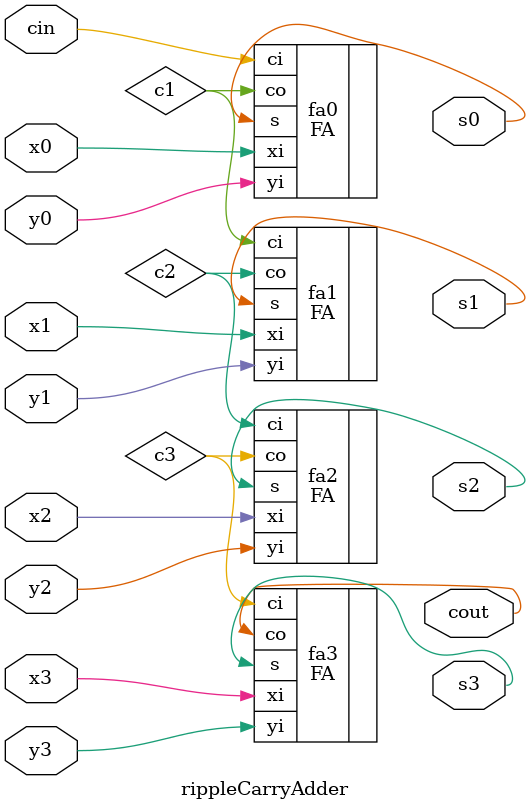
<source format=v>
`timescale 1ns / 1ps


module rippleCarryAdder(
    input x0,x1,x2,x3,cin,
    input y0,y1,y2,y3,
    output s0,s1,s2,s3,cout
    );
    wire c1,c2,c3;
    FA fa0 (
    .xi(x0),
    .yi(y0),
    .ci(cin),
    .s(s0),
    .co(c1)
    );
    FA fa1 (
        .xi(x1),
        .yi(y1),
        .ci(c1),
        .s(s1),
        .co(c2)
        );
        FA fa2 (
            .xi(x2),
            .yi(y2),
            .ci(c2),
            .s(s2),
            .co(c3)
            );
            FA fa3 (
                .xi(x3),
                .yi(y3),
                .ci(c3),
                .s(s3),
                .co(cout)
                );
    
endmodule

</source>
